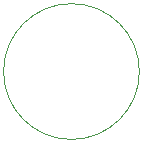
<source format=gbr>
%TF.GenerationSoftware,Altium Limited,Altium Designer,22.11.1 (43)*%
G04 Layer_Color=0*
%FSLAX45Y45*%
%MOMM*%
%TF.SameCoordinates,E77C6ACE-BB65-432D-A69C-5FF0F2C89B45*%
%TF.FilePolarity,Positive*%
%TF.FileFunction,Profile,NP*%
%TF.Part,Single*%
G01*
G75*
%TA.AperFunction,Profile*%
%ADD31C,0.02540*%
D31*
X1130300Y656900D02*
G02*
X555300Y1231900I0J575000D01*
G01*
D02*
G02*
X1130300Y1806900I575000J0D01*
G01*
D02*
G02*
X1705300Y1231900I0J-575000D01*
G01*
D02*
G02*
X1130300Y656900I-575000J0D01*
G01*
%TF.MD5,82e9679b9d24242c7994d34c523cab71*%
M02*

</source>
